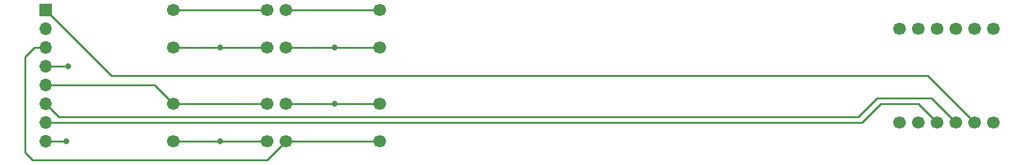
<source format=gbr>
%TF.GenerationSoftware,KiCad,Pcbnew,(6.0.9)*%
%TF.CreationDate,2023-11-02T17:09:57-06:00*%
%TF.ProjectId,MagicWand_Motherboard,4d616769-6357-4616-9e64-5f4d6f746865,rev?*%
%TF.SameCoordinates,Original*%
%TF.FileFunction,Copper,L1,Top*%
%TF.FilePolarity,Positive*%
%FSLAX46Y46*%
G04 Gerber Fmt 4.6, Leading zero omitted, Abs format (unit mm)*
G04 Created by KiCad (PCBNEW (6.0.9)) date 2023-11-02 17:09:57*
%MOMM*%
%LPD*%
G01*
G04 APERTURE LIST*
%TA.AperFunction,ComponentPad*%
%ADD10C,1.700000*%
%TD*%
%TA.AperFunction,ComponentPad*%
%ADD11R,1.700000X1.700000*%
%TD*%
%TA.AperFunction,ComponentPad*%
%ADD12O,1.700000X1.700000*%
%TD*%
%TA.AperFunction,ViaPad*%
%ADD13C,0.800000*%
%TD*%
%TA.AperFunction,Conductor*%
%ADD14C,0.250000*%
%TD*%
G04 APERTURE END LIST*
D10*
%TO.P,SW2,1,1*%
%TO.N,Net-(J1-Pad3)*%
X139954000Y-96012000D03*
X152654000Y-96012000D03*
%TO.P,SW2,2,2*%
%TO.N,GND*%
X139954000Y-90932000D03*
X152654000Y-90932000D03*
%TD*%
%TO.P,SW3,1,1*%
%TO.N,Net-(J1-Pad4)*%
X137414000Y-78232000D03*
X124714000Y-78232000D03*
%TO.P,SW3,2,2*%
%TO.N,GND*%
X124714000Y-83312000D03*
X137414000Y-83312000D03*
%TD*%
%TO.P,SW1,1,1*%
%TO.N,Net-(J1-Pad2)*%
X139954000Y-78232000D03*
X152654000Y-78232000D03*
%TO.P,SW1,2,2*%
%TO.N,GND*%
X139954000Y-83312000D03*
X152654000Y-83312000D03*
%TD*%
%TO.P,SW4,1,1*%
%TO.N,Net-(J1-Pad5)*%
X124714000Y-90932000D03*
X137414000Y-90932000D03*
%TO.P,SW4,2,2*%
%TO.N,GND*%
X137414000Y-96012000D03*
X124714000Y-96012000D03*
%TD*%
%TO.P,U1,1,D0*%
%TO.N,unconnected-(U1-Pad1)*%
X235712000Y-93472000D03*
%TO.P,U1,2,VCC*%
%TO.N,VCC*%
X233172000Y-93472000D03*
%TO.P,U1,3,RX*%
%TO.N,Net-(J1-Pad6)*%
X230632000Y-93472000D03*
%TO.P,U1,4,TX*%
%TO.N,Net-(J1-Pad7)*%
X228092000Y-93472000D03*
%TO.P,U1,5,GND*%
%TO.N,GND*%
X225552000Y-93472000D03*
%TO.P,U1,6,D1*%
%TO.N,unconnected-(U1-Pad6)*%
X223012000Y-93472000D03*
%TO.P,U1,7,D3*%
%TO.N,unconnected-(U1-Pad7)*%
X223012000Y-80772000D03*
%TO.P,U1,8,GND*%
%TO.N,unconnected-(U1-Pad8)*%
X225552000Y-80772000D03*
%TO.P,U1,9,SDA*%
%TO.N,unconnected-(U1-Pad9)*%
X228092000Y-80772000D03*
%TO.P,U1,10,SCL*%
%TO.N,unconnected-(U1-Pad10)*%
X230632000Y-80772000D03*
%TO.P,U1,11,VCC*%
%TO.N,unconnected-(U1-Pad11)*%
X233172000Y-80772000D03*
%TO.P,U1,12,D2*%
%TO.N,unconnected-(U1-Pad12)*%
X235712000Y-80772000D03*
%TD*%
D11*
%TO.P,J1,1,Pin_1*%
%TO.N,VCC*%
X107442000Y-78247000D03*
D12*
%TO.P,J1,2,Pin_2*%
%TO.N,Net-(J1-Pad2)*%
X107442000Y-80787000D03*
%TO.P,J1,3,Pin_3*%
%TO.N,Net-(J1-Pad3)*%
X107442000Y-83327000D03*
%TO.P,J1,4,Pin_4*%
%TO.N,Net-(J1-Pad4)*%
X107442000Y-85867000D03*
%TO.P,J1,5,Pin_5*%
%TO.N,Net-(J1-Pad5)*%
X107442000Y-88407000D03*
%TO.P,J1,6,Pin_6*%
%TO.N,Net-(J1-Pad6)*%
X107442000Y-90947000D03*
%TO.P,J1,7,Pin_7*%
%TO.N,Net-(J1-Pad7)*%
X107442000Y-93487000D03*
%TO.P,J1,8,Pin_8*%
%TO.N,GND*%
X107442000Y-96027000D03*
%TD*%
D13*
%TO.N,Net-(J1-Pad4)*%
X110475000Y-85867000D03*
%TO.N,GND*%
X110236000Y-96012000D03*
X146558000Y-83312000D03*
X131064000Y-83312000D03*
X131064000Y-96012000D03*
X146558000Y-90932000D03*
%TD*%
D14*
%TO.N,Net-(J1-Pad4)*%
X110475000Y-85867000D02*
X107442000Y-85867000D01*
%TO.N,VCC*%
X233172000Y-93472000D02*
X226822000Y-87122000D01*
X107442000Y-78247000D02*
X115809000Y-86614000D01*
X115824000Y-86614000D02*
X116332000Y-87122000D01*
X116332000Y-87122000D02*
X226822000Y-87122000D01*
X115809000Y-86614000D02*
X115824000Y-86614000D01*
%TO.N,Net-(J1-Pad2)*%
X139954000Y-78232000D02*
X152654000Y-78232000D01*
%TO.N,Net-(J1-Pad3)*%
X105664000Y-98552000D02*
X104648000Y-97536000D01*
X104648000Y-84582000D02*
X105903000Y-83327000D01*
X139954000Y-96012000D02*
X152654000Y-96012000D01*
X137414000Y-98552000D02*
X105664000Y-98552000D01*
X104648000Y-97536000D02*
X104648000Y-84582000D01*
X139954000Y-96012000D02*
X137414000Y-98552000D01*
X105903000Y-83327000D02*
X107442000Y-83327000D01*
%TO.N,Net-(J1-Pad4)*%
X124714000Y-78232000D02*
X137414000Y-78232000D01*
%TO.N,Net-(J1-Pad5)*%
X124714000Y-90932000D02*
X122174000Y-88392000D01*
X121920000Y-88392000D02*
X121905000Y-88407000D01*
X124714000Y-90932000D02*
X137414000Y-90932000D01*
X121905000Y-88407000D02*
X107442000Y-88407000D01*
X122174000Y-88392000D02*
X121920000Y-88392000D01*
%TO.N,Net-(J1-Pad6)*%
X230632000Y-93472000D02*
X227330000Y-90170000D01*
X109205000Y-92710000D02*
X107442000Y-90947000D01*
X217424000Y-92710000D02*
X109205000Y-92710000D01*
X219964000Y-90170000D02*
X217424000Y-92710000D01*
X227330000Y-90170000D02*
X219964000Y-90170000D01*
%TO.N,Net-(J1-Pad7)*%
X217917000Y-93487000D02*
X107442000Y-93487000D01*
X220472000Y-90932000D02*
X225552000Y-90932000D01*
X217917000Y-93487000D02*
X220472000Y-90932000D01*
X225552000Y-90932000D02*
X228092000Y-93472000D01*
%TO.N,GND*%
X107442000Y-96027000D02*
X110221000Y-96027000D01*
X131064000Y-83312000D02*
X137414000Y-83312000D01*
X124714000Y-96012000D02*
X131064000Y-96012000D01*
X139954000Y-83312000D02*
X146558000Y-83312000D01*
X131064000Y-96012000D02*
X137414000Y-96012000D01*
X146558000Y-90932000D02*
X152654000Y-90932000D01*
X139954000Y-90932000D02*
X146558000Y-90932000D01*
X124714000Y-83312000D02*
X131064000Y-83312000D01*
X152654000Y-83312000D02*
X146558000Y-83312000D01*
X110221000Y-96027000D02*
X110236000Y-96012000D01*
%TD*%
M02*

</source>
